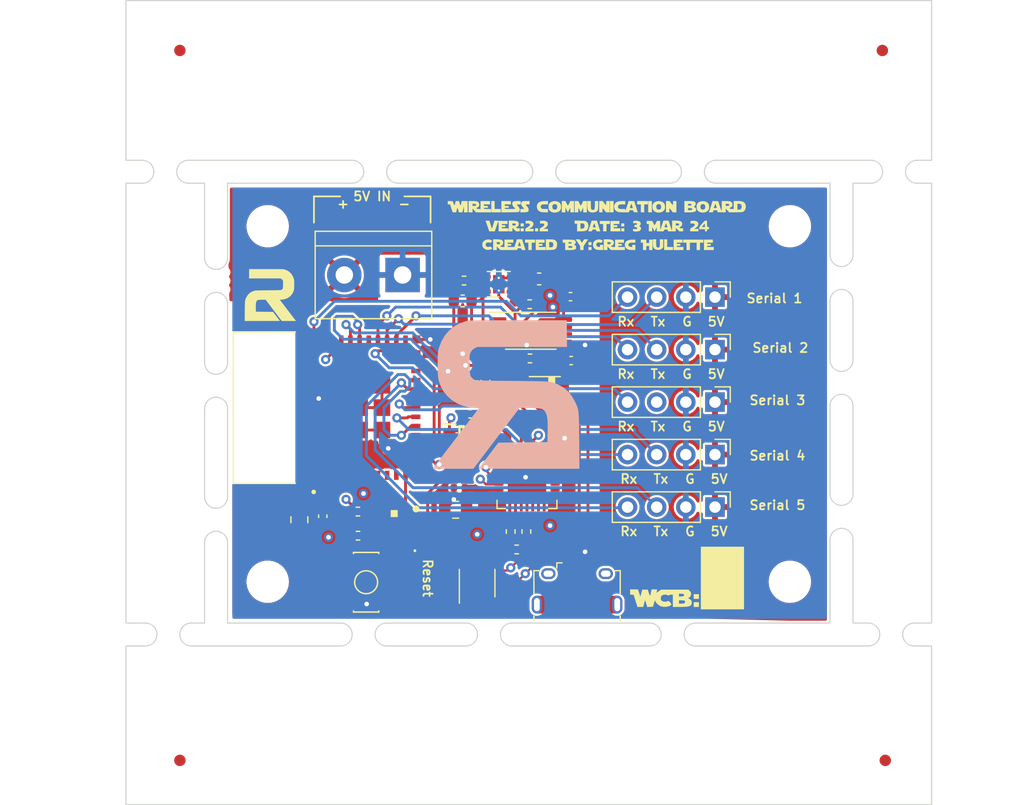
<source format=kicad_pcb>
(kicad_pcb (version 20211014) (generator pcbnew)
  (title_block (title "R2 Droid Gateway") (date "2023-07-06") (rev "1.1") (company "Created by: Greg Hulette") (comment 1 "- Creates WiFi Network for Remote Web Access") (comment 2 "- WiFi to LoRa Bridge") (comment 3 "- Buttons for Master Relay"))
  (layers (0 "F.Cu" signal) (1 "In1.Cu" signal) (2 "In2.Cu" signal) (31 "B.Cu" signal) (34 "B.Paste" user) (35 "F.Paste" user) (36 "B.SilkS" user "B.Silkscreen") (37 "F.SilkS" user "F.Silkscreen") (38 "B.Mask" user) (39 "F.Mask" user) (44 "Edge.Cuts" user))
  (net 0 "")
  (net 1 "+3V3")
  (net 2 "GND")
  (net 3 "RESET")
  (net 4 "Net-(C6-Pad2)")
  (net 5 "VBUS")
  (net 6 "+5V")
  (net 7 "Net-(D1-PadA)")
  (net 8 "USB_DP")
  (net 9 "USB_DN")
  (net 11 "unconnected-(J1-Pad6)")
  (net 13 "Net-(L2-Pad3)")
  (net 14 "DTR")
  (net 15 "RTS")
  (net 16 "GPIO0")
  (net 17 "Net-(R2-Pad1)")
  (net 18 "RXD0")
  (net 19 "Net-(R3-Pad1)")
  (net 20 "TXD0")
  (net 21 "Net-(R4-Pad2)")
  (net 22 "Net-(R6-Pad1)")
  (net 23 "Net-(R9-Pad1)")
  (net 25 "STATUS_LED_DATA")
  (net 59 "RX4")
  (net 60 "TX4")
  (net 61 "RX5")
  (net 62 "TX5")
  (net 63 "TX3")
  (net 64 "RX3")
  (net 65 "TX2")
  (net 66 "RX2")
  (net 67 "TX1")
  (net 68 "RX1")
  (footprint "Connector_PinHeader_2.54mm:PinHeader_1x04_P2.54mm_Vertical" (layer "F.Cu") (at 147.974 102.259 -90)
    (fp_text reference "J4")
    (fp_text value "Conn_01x04" hide)
  )
  (footprint "Resistor_SMD:R_0402_1005Metric" (layer "F.Cu") (at 130.692 119.684 180)
    (fp_text reference "R4")
    (fp_text value "22.1K" hide)
  )
  (footprint "Custom:SOT65P230X110-6N" (layer "F.Cu") (at 125.883 109.986)
    (fp_text reference "Q2")
    (fp_text value "UMH3N" hide)
  )
  (footprint "Custom:mouse-bite-2mm-slot" (layer "F.Cu") (at 159 96.012 90)
    (fp_text reference "mouse-bite-2mm-slot" hide)
    (fp_text value "VAL**" hide)
    (fp_arc (start -2 -1) (mid -1 0) (end -2 1) (layer "Edge.Cuts") (width 0.1))
    (fp_arc (start 2 1) (mid 1 0) (end 2 -1) (layer "Edge.Cuts") (width 0.1))
  )
  (footprint "Capacitor_SMD:C_0402_1005Metric" (layer "F.Cu") (at 126.634 107.858)
    (fp_text reference "C3")
    (fp_text value ".1uF" hide)
  )
  (footprint "Resistor_SMD:R_0402_1005Metric" (layer "F.Cu") (at 131.538 118.124 -90)
    (fp_text reference "R6")
    (fp_text value "1K" hide)
  )
  (footprint "Package_SO:TSSOP-8_4.4x3mm_P0.65mm" (layer "F.Cu") (at 131.92 100.614)
    (fp_text reference "U4")
    (fp_text value "TPS2115APW" hide)
  )
  (footprint "Custom:mouse-bite-2mm-slot" (layer "F.Cu") (at 100.342 127.1)
    (fp_text reference "mouse-bite-2mm-slot" hide)
    (fp_text value "VAL**" hide)
    (fp_arc (start -2 -1) (mid -1 0) (end -2 1) (layer "Edge.Cuts") (width 0.1))
    (fp_arc (start 2 1) (mid 1 0) (end 2 -1) (layer "Edge.Cuts") (width 0.1))
  )
  (footprint "Capacitor_SMD:C_0805_2012Metric" (layer "F.Cu") (at 125.63 101.252)
    (fp_text reference "C8")
    (fp_text value "10uF" hide)
  )
  (footprint "TerminalBlock:TerminalBlock_bornier-2_P5.08mm" (layer "F.Cu") (at 120.754 95.752 180)
    (fp_text reference "J2")
    (fp_text value "Power In" hide)
  )
  (footprint "MountingHole:MountingHole_3.2mm_M3" (layer "F.Cu") (at 109 91.5)
    (fp_text reference "REF**" hide)
    (fp_text value "MountingHole_3.2mm_M3" hide)
  )
  (footprint "Custom:mouse-bite-2mm-slot" (layer "F.Cu") (at 117.36 127.1)
    (fp_text reference "mouse-bite-2mm-slot" hide)
    (fp_text value "VAL**" hide)
    (fp_arc (start -2 -1) (mid -1 0) (end -2 1) (layer "Edge.Cuts") (width 0.1))
    (fp_arc (start 2 1) (mid 1 0) (end 2 -1) (layer "Edge.Cuts") (width 0.1))
  )
  (footprint "Custom:mouse-bite-2mm-slot" (layer "F.Cu") (at 144.284 127.1)
    (fp_text reference "mouse-bite-2mm-slot" hide)
    (fp_text value "VAL**" hide)
    (fp_arc (start -2 -1) (mid -1 0) (end -2 1) (layer "Edge.Cuts") (width 0.1))
    (fp_arc (start 2 1) (mid 1 0) (end 2 -1) (layer "Edge.Cuts") (width 0.1))
  )
  (footprint "Fiducial:Fiducial_1mm_Mask2mm" (layer "F.Cu") (at 101.346 138.075)
    (fp_text reference "REF**" hide)
    (fp_text value "Fiducial_1mm_Mask2mm" hide)
  )
  (footprint "Resistor_SMD:R_0402_1005Metric" (layer "F.Cu") (at 130.172 118.124 -90)
    (fp_text reference "R5")
    (fp_text value "47.5K" hide)
  )
  (footprint "Custom:mouse-bite-2mm-slot" (layer "F.Cu") (at 104.5 96.266 90)
    (fp_text reference "mouse-bite-2mm-slot" hide)
    (fp_text value "VAL**" hide)
    (fp_arc (start -2 -1) (mid -1 0) (end -2 1) (layer "Edge.Cuts") (width 0.1))
    (fp_arc (start 2 1) (mid 1 0) (end 2 -1) (layer "Edge.Cuts") (width 0.1))
  )
  (footprint "Capacitor_SMD:C_0805_2012Metric" (layer "F.Cu") (at 125.378 116.22 180)
    (fp_text reference "C4")
    (fp_text value "4.7uF" hide)
  )
  (footprint "Custom:mouse-bite-2mm-slot" (layer "F.Cu") (at 163.576 86.75)
    (fp_text reference "mouse-bite-2mm-slot" hide)
    (fp_text value "VAL**" hide)
    (fp_arc (start -2 -1) (mid -1 0) (end -2 1) (layer "Edge.Cuts") (width 0.1))
    (fp_arc (start 2 1) (mid 1 0) (end 2 -1) (layer "Edge.Cuts") (width 0.1))
  )
  (footprint "Custom:mouse-bite-2mm-slot" (layer "F.Cu") (at 104.5 105.41 -90)
    (fp_text reference "mouse-bite-2mm-slot" hide)
    (fp_text value "VAL**" hide)
    (fp_arc (start -2 -1) (mid -1 0) (end -2 1) (layer "Edge.Cuts") (width 0.1))
    (fp_arc (start 2 1) (mid 1 0) (end 2 -1) (layer "Edge.Cuts") (width 0.1))
  )
  (footprint "Resistor_SMD:R_0402_1005Metric" (layer "F.Cu") (at 126.908 105.116 90)
    (fp_text reference "R2")
    (fp_text value "1K" hide)
  )
  (footprint "Custom:mouse-bite-2mm-slot" (layer "F.Cu") (at 133.096 86.75)
    (fp_text reference "mouse-bite-2mm-slot" hide)
    (fp_text value "VAL**" hide)
    (fp_arc (start -2 -1) (mid -1 0) (end -2 1) (layer "Edge.Cuts") (width 0.1))
    (fp_arc (start 2 1) (mid 1 0) (end 2 -1) (layer "Edge.Cuts") (width 0.1))
  )
  (footprint "Resistor_SMD:R_0402_1005Metric" (layer "F.Cu") (at 116.86 116.382 180)
    (fp_text reference "R16")
    (fp_text value "470" hide)
  )
  (footprint "MountingHole:MountingHole_3.2mm_M3" (layer "F.Cu") (at 154.5 122.5)
    (fp_text reference "REF**" hide)
    (fp_text value "MountingHole_3.2mm_M3" hide)
  )
  (footprint "Fiducial:Fiducial_1mm_Mask2mm" (layer "F.Cu") (at 101.346 76.175)
    (fp_text reference "REF**" hide)
    (fp_text value "Fiducial_1mm_Mask2mm" hide)
  )
  (footprint "Custom:mouse-bite-2mm-slot" (layer "F.Cu") (at 146.05 86.75)
    (fp_text reference "mouse-bite-2mm-slot" hide)
    (fp_text value "VAL**" hide)
    (fp_arc (start -2 -1) (mid -1 0) (end -2 1) (layer "Edge.Cuts") (width 0.1))
    (fp_arc (start 2 1) (mid 1 0) (end 2 -1) (layer "Edge.Cuts") (width 0.1))
  )
  (footprint "Custom:MODULE_ESP32-PICO-MINI-02" (layer "F.Cu") (at 117.007 107.32 90)
    (fp_text reference "U1")
    (fp_text value "ESP32-PICO-MINI-02" hide)
  )
  (footprint "Custom:mouse-bite-2mm-slot" (layer "F.Cu") (at 159 105.156 -90)
    (fp_text reference "mouse-bite-2mm-slot" hide)
    (fp_text value "VAL**" hide)
    (fp_arc (start -2 -1) (mid -1 0) (end -2 1) (layer "Edge.Cuts") (width 0.1))
    (fp_arc (start 2 1) (mid 1 0) (end 2 -1) (layer "Edge.Cuts") (width 0.1))
  )
  (footprint "Connector_PinHeader_2.54mm:PinHeader_1x04_P2.54mm_Vertical" (layer "F.Cu") (at 147.974 106.836 -90)
    (fp_text reference "J5")
    (fp_text value "Conn_01x04" hide)
  )
  (footprint "Capacitor_SMD:C_0402_1005Metric" (layer "F.Cu") (at 135.444 103.216)
    (fp_text reference "C12")
    (fp_text value ".1uF" hide)
  )
  (footprint "Custom:mouse-bite-2mm-slot" (layer "F.Cu") (at 100.076 86.75)
    (fp_text reference "mouse-bite-2mm-slot" hide)
    (fp_text value "VAL**" hide)
    (fp_arc (start -2 -1) (mid -1 0) (end -2 1) (layer "Edge.Cuts") (width 0.1))
    (fp_arc (start 2 1) (mid 1 0) (end 2 -1) (layer "Edge.Cuts") (width 0.1))
  )
  (footprint "Connector_PinHeader_2.54mm:PinHeader_1x04_P2.54mm_Vertical" (layer "F.Cu") (at 147.974 115.99 -90)
    (fp_text reference "J7")
    (fp_text value "Conn_01x04" hide)
  )
  (footprint "MountingHole:MountingHole_3.2mm_M3" (layer "F.Cu") (at 109 122.5)
    (fp_text reference "REF**" hide)
    (fp_text value "MountingHole_3.2mm_M3" hide)
  )
  (footprint "Capacitor_SMD:C_0603_1608Metric" (layer "F.Cu") (at 125.988 98.012)
    (fp_text reference "C6")
    (fp_text value "1uF" hide)
  )
  (footprint "Fiducial:Fiducial_1mm_Mask2mm" (layer "F.Cu") (at 162.56 76.175)
    (fp_text reference "REF**" hide)
    (fp_text value "Fiducial_1mm_Mask2mm" hide)
  )
  (footprint "Custom:mouse-bite-2mm-slot" (layer "F.Cu") (at 163.334 127.1)
    (fp_text reference "mouse-bite-2mm-slot" hide)
    (fp_text value "VAL**" hide)
    (fp_arc (start -2 -1) (mid -1 0) (end -2 1) (layer "Edge.Cuts") (width 0.1))
    (fp_arc (start 2 1) (mid 1 0) (end 2 -1) (layer "Edge.Cuts") (width 0.1))
  )
  (footprint "Resistor_SMD:R_0402_1005Metric" (layer "F.Cu") (at 131.85 103.028)
    (fp_text reference "R9")
    (fp_text value "402" hide)
  )
  (footprint "Connector_PinHeader_2.54mm:PinHeader_1x04_P2.54mm_Vertical" (layer "F.Cu") (at 147.974 111.413 -90)
    (fp_text reference "J6")
    (fp_text value "Conn_01x04" hide)
  )
  (footprint "Custom:mouse-bite-2mm-slot" (layer "F.Cu") (at 159 116.84 90)
    (fp_text reference "mouse-bite-2mm-slot" hide)
    (fp_text value "VAL**" hide)
    (fp_arc (start -2 -1) (mid -1 0) (end -2 1) (layer "Edge.Cuts") (width 0.1))
    (fp_arc (start 2 1) (mid 1 0) (end 2 -1) (layer "Edge.Cuts") (width 0.1))
  )
  (footprint "Capacitor_SMD:C_0402_1005Metric" (layer "F.Cu") (at 113.796 116.79 -90)
    (fp_text reference "C2")
    (fp_text value ".1uF" hide)
  )
  (footprint "Resistor_SMD:R_0402_1005Metric" (layer "F.Cu") (at 127.978 105.088 90)
    (fp_text reference "R3")
    (fp_text value "1K" hide)
  )
  (footprint "Fiducial:Fiducial_1mm_Mask2mm" (layer "F.Cu") (at 162.814 138.075)
    (fp_text reference "REF**" hide)
    (fp_text value "Fiducial_1mm_Mask2mm" hide)
  )
  (footprint "Capacitor_SMD:C_0805_2012Metric" (layer "F.Cu") (at 111.76 117.094 -90)
    (fp_text reference "C1")
    (fp_text value "10uF" hide)
  )
  (footprint "Connector_USB:USB_Micro-B_Amphenol_10118194_Horizontal" (layer "F.Cu") (at 135.956 123.194)
    (fp_text reference "J1")
    (fp_text value "USB_B_Micro" hide)
  )
  (footprint "Custom:WS2812B-2020" (layer "F.Cu") (at 120.022 117.157)
    (fp_text reference "L2")
    (fp_text value "WS2812B-2020" hide)
  )
  (footprint "MountingHole:MountingHole_3.2mm_M3" (layer "F.Cu") (at 154.5 91.5)
    (fp_text reference "REF**" hide)
    (fp_text value "MountingHole_3.2mm_M3" hide)
  )
  (footprint "Capacitor_SMD:C_0402_1005Metric" (layer "F.Cu") (at 135.386 97.642)
    (fp_text reference "C9")
    (fp_text value ".1uF" hide)
  )
  (footprint "Custom:mouse-bite-2mm-slot" (layer "F.Cu") (at 118.364 86.75)
    (fp_text reference "mouse-bite-2mm-slot" hide)
    (fp_text value "VAL**" hide)
    (fp_arc (start -2 -1) (mid -1 0) (end -2 1) (layer "Edge.Cuts") (width 0.1))
    (fp_arc (start 2 1) (mid 1 0) (end 2 -1) (layer "Edge.Cuts") (width 0.1))
  )
  (footprint "Capacitor_SMD:C_0402_1005Metric" (layer "F.Cu") (at 125.696 114.304 180)
    (fp_text reference "C5")
    (fp_text value ".1uF" hide)
  )
  (footprint "Package_DFN_QFN:QFN-28-1EP_5x5mm_P0.5mm_EP3.35x3.35mm" (layer "F.Cu") (at 131.592 113.51)
    (fp_text reference "U2")
    (fp_text value "CP2102N-A02-GQFN28" hide)
  )
  (footprint "Connector_PinHeader_2.54mm:PinHeader_1x04_P2.54mm_Vertical" (layer "F.Cu") (at 147.974 97.682 -90)
    (fp_text reference "J3")
    (fp_text value "Conn_01x04" hide)
  )
  (footprint "Package_TO_SOT_SMD:SOT-143" (layer "F.Cu") (at 127.25 122.618 90)
    (fp_text reference "D2")
    (fp_text value "SP0503BAHTG" hide)
  )
  (footprint "Capacitor_SMD:C_0603_1608Metric" (layer "F.Cu") (at 132.654 96.098 180)
    (fp_text reference "C7")
    (fp_text value "1uF" hide)
  )
  (footprint "Custom:SOD3716X135N" (layer "F.Cu") (at 133.1485 105.4145 180)
    (fp_text reference "D1")
    (fp_text value "B5819W-TP" hide)
  )
  (footprint "Logos:WCBNumberv2" (layer "F.Cu") (at 145.542 122.174)
    (fp_text reference "G***" hide)
    (fp_text value "LOGO" hide)
  )
  (footprint "Resistor_SMD:R_0402_1005Metric" (layer "F.Cu") (at 131.826 98.298)
    (fp_text reference "R7")
    (fp_text value "10K" hide)
  )
  (footprint "Custom:mouse-bite-2mm-slot" (layer "F.Cu") (at 128.282 127.1)
    (fp_text reference "mouse-bite-2mm-slot" hide)
    (fp_text value "VAL**" hide)
    (fp_arc (start -2 -1) (mid -1 0) (end -2 1) (layer "Edge.Cuts") (width 0.1))
    (fp_arc (start 2 1) (mid 1 0) (end 2 -1) (layer "Edge.Cuts") (width 0.1))
  )
  (footprint "Package_SON:WSON-6-1EP_2x2mm_P0.65mm_EP1x1.6mm_ThermalVias" (layer "F.Cu") (at 129.134 96.558 180)
    (fp_text reference "U3")
    (fp_text value "LP5912-3.3DRV" hide)
  )
  (footprint "Resistor_SMD:R_0402_1005Metric" (layer "F.Cu") (at 126.108 96.238 180)
    (fp_text reference "R10")
    (fp_text value "402" hide)
  )
  (footprint "Resistor_SMD:R_0402_1005Metric" (layer "F.Cu") (at 116.866 118.484)
    (fp_text reference "R1")
    (fp_text value "10K" hide)
  )
  (footprint "Custom:mouse-bite-2mm-slot" (layer "F.Cu") (at 104.5 117.094 90)
    (fp_text reference "mouse-bite-2mm-slot" hide)
    (fp_text value "VAL**" hide)
    (fp_arc (start -2 -1) (mid -1 0) (end -2 1) (layer "Edge.Cuts") (width 0.1))
    (fp_arc (start 2 1) (mid 1 0) (end 2 -1) (layer "Edge.Cuts") (width 0.1))
  )
  (footprint "Logos:R2_Logo_V2" (layer "F.Cu") (at 109.22 97.854871)
    (fp_text reference "G***" hide)
    (fp_text value "LOGO" hide)
  )
  (footprint "Logos:WCBv2.2Logo" (layer "F.Cu") (at 137.668 91.44)
    (fp_text reference "G***" hide)
    (fp_text value "LOGO" hide)
  )
  (footprint "Custom:SW_TL3342F160QG" (layer "F.Cu") (at 117.5765 122.5425 180)
    (fp_text reference "S1")
    (fp_text value "TL3342F160QG" hide)
  )
  (footprint "Logos:r2logoLarge" (layer "B.Cu") (at 129.794 107.188 180)
    (fp_text reference "G***" hide)
    (fp_text value "LOGO" hide)
  )
  (gr_line (start 113.03 88.9) (end 115.316 88.9) (layer "F.SilkS") (width 0.15))
  (gr_line (start 113.03 91.186) (end 113.03 88.9) (layer "F.SilkS") (width 0.15))
  (gr_line (start 123.19 88.9) (end 123.19 91.186) (layer "F.SilkS") (width 0.15))
  (gr_line (start 120.904 88.9) (end 123.19 88.9) (layer "F.SilkS") (width 0.15))
  (gr_line (start 166.85 126.1) (end 165.334 126.1) (layer "Edge.Cuts") (width 0.1))
  (gr_line (start 160 94.012) (end 160 87.75) (layer "Edge.Cuts") (width 0.1))
  (gr_line (start 115.36 128.1) (end 102.342 128.1) (layer "Edge.Cuts") (width 0.1))
  (gr_line (start 148.05 85.75) (end 161.576 85.75) (layer "Edge.Cuts") (width 0.1))
  (gr_line (start 158 103.156) (end 158 98.012) (layer "Edge.Cuts") (width 0.1))
  (gr_line (start 160 103.156) (end 160 98.012) (layer "Edge.Cuts") (width 0.1))
  (gr_line (start 158 94.012) (end 158 87.75) (layer "Edge.Cuts") (width 0.1))
  (gr_line (start 160 126.1) (end 161.334 126.1) (layer "Edge.Cuts") (width 0.1))
  (gr_line (start 146.284 126.1) (end 158 126.1) (layer "Edge.Cuts") (width 0.1))
  (gr_line (start 126.282 128.1) (end 119.36 128.1) (layer "Edge.Cuts") (width 0.1))
  (gr_line (start 105.5 98.266) (end 105.5 103.41) (layer "Edge.Cuts") (width 0.1))
  (gr_line (start 103.5 119.094) (end 103.5 126.1) (layer "Edge.Cuts") (width 0.1))
  (gr_line (start 105.5 126.1) (end 115.36 126.1) (layer "Edge.Cuts") (width 0.1))
  (gr_line (start 144.05 87.75) (end 135.096 87.75) (layer "Edge.Cuts") (width 0.1))
  (gr_line (start 166.85 85.75) (end 165.576 85.75) (layer "Edge.Cuts") (width 0.1))
  (gr_line (start 120.364 85.75) (end 131.096 85.75) (layer "Edge.Cuts") (width 0.1))
  (gr_line (start 131.096 87.75) (end 120.364 87.75) (layer "Edge.Cuts") (width 0.1))
  (gr_line (start 98.076 87.75) (end 96.65 87.75) (layer "Edge.Cuts") (width 0.1))
  (gr_line (start 103.5 115.094) (end 103.5 107.41) (layer "Edge.Cuts") (width 0.1))
  (gr_line (start 161.334 128.1) (end 146.284 128.1) (layer "Edge.Cuts") (width 0.1))
  (gr_line (start 103.5 103.41) (end 103.5 98.266) (layer "Edge.Cuts") (width 0.1))
  (gr_line (start 105.5 119.094) (end 105.5 126.1) (layer "Edge.Cuts") (width 0.1))
  (gr_line (start 158 114.84) (end 158 107.156) (layer "Edge.Cuts") (width 0.1))
  (gr_line (start 166.85 141.925) (end 166.85 128.1) (layer "Edge.Cuts") (width 0.1))
  (gr_line (start 119.36 126.1) (end 126.282 126.1) (layer "Edge.Cuts") (width 0.1))
  (gr_line (start 142.284 128.1) (end 130.282 128.1) (layer "Edge.Cuts") (width 0.1))
  (gr_line (start 160 114.84) (end 160 107.156) (layer "Edge.Cuts") (width 0.1))
  (gr_line (start 96.65 141.925) (end 166.85 141.925) (layer "Edge.Cuts") (width 0.1))
  (gr_line (start 166.85 71.825) (end 166.85 85.75) (layer "Edge.Cuts") (width 0.1))
  (gr_line (start 102.342 126.1) (end 103.5 126.1) (layer "Edge.Cuts") (width 0.1))
  (gr_line (start 165.576 87.75) (end 166.85 87.75) (layer "Edge.Cuts") (width 0.1))
  (gr_line (start 96.65 85.75) (end 98.076 85.75) (layer "Edge.Cuts") (width 0.1))
  (gr_line (start 135.096 85.75) (end 144.05 85.75) (layer "Edge.Cuts") (width 0.1))
  (gr_line (start 102.076 87.75) (end 103.5 87.75) (layer "Edge.Cuts") (width 0.1))
  (gr_line (start 105.5 87.75) (end 105.5 94.266) (layer "Edge.Cuts") (width 0.1))
  (gr_line (start 96.65 128.1) (end 96.65 141.925) (layer "Edge.Cuts") (width 0.1))
  (gr_line (start 130.282 126.1) (end 142.284 126.1) (layer "Edge.Cuts") (width 0.1))
  (gr_line (start 166.85 128.1) (end 165.334 128.1) (layer "Edge.Cuts") (width 0.1))
  (gr_line (start 96.65 71.825) (end 166.85 71.825) (layer "Edge.Cuts") (width 0.1))
  (gr_line (start 98.342 128.1) (end 96.65 128.1) (layer "Edge.Cuts") (width 0.1))
  (gr_line (start 105.5 107.41) (end 105.5 115.094) (layer "Edge.Cuts") (width 0.1))
  (gr_line (start 166.85 87.75) (end 166.85 126.1) (layer "Edge.Cuts") (width 0.1))
  (gr_line (start 161.576 87.75) (end 160 87.75) (layer "Edge.Cuts") (width 0.1))
  (gr_line (start 116.364 85.75) (end 102.076 85.75) (layer "Edge.Cuts") (width 0.1))
  (gr_line (start 98.342 126.1) (end 96.65 126.1) (layer "Edge.Cuts") (width 0.1))
  (gr_line (start 160 118.84) (end 160 126.1) (layer "Edge.Cuts") (width 0.1))
  (gr_line (start 158 87.75) (end 148.05 87.75) (layer "Edge.Cuts") (width 0.1))
  (gr_line (start 96.65 71.825) (end 96.65 85.75) (layer "Edge.Cuts") (width 0.1))
  (gr_line (start 103.5 94.266) (end 103.5 87.75) (layer "Edge.Cuts") (width 0.1))
  (gr_line (start 158 126.1) (end 158 118.84) (layer "Edge.Cuts") (width 0.1))
  (gr_line (start 96.65 87.75) (end 96.65 126.1) (layer "Edge.Cuts") (width 0.1))
  (gr_line (start 116.364 87.75) (end 105.5 87.75) (layer "Edge.Cuts") (width 0.1))
  (gr_text "5V" (at 148.082 108.966) (layer "F.SilkS") (effects (font (size 0.8 0.8))))
  (gr_text "5V" (at 148.082 104.394) (layer "F.SilkS") (effects (font (size 0.8 0.8))))
  (gr_text "Rx" (at 140.208 108.966) (layer "F.SilkS") (effects (font (size 0.8 0.8))))
  (gr_text "5V IN" (at 118.11 88.9) (layer "F.SilkS") (effects (font (size 0.8 0.8))))
  (gr_text "Serial 4" (at 153.416 111.506) (layer "F.SilkS") (effects (font (size 0.8 0.8))))
  (gr_text "Tx" (at 143.256 113.538) (layer "F.SilkS") (effects (font (size 0.8 0.8))))
  (gr_text "Tx" (at 143.002 108.966) (layer "F.SilkS") (effects (font (size 0.8 0.8))))
  (gr_text "Tx" (at 143.002 104.394) (layer "F.SilkS") (effects (font (size 0.8 0.8))))
  (gr_text "5V" (at 148.082 99.822) (layer "F.SilkS") (effects (font (size 0.8 0.8))))
  (gr_text "G" (at 145.542 104.394) (layer "F.SilkS") (effects (font (size 0.8 0.8))))
  (gr_text "+" (at 115.57 89.662 180) (layer "F.SilkS") (effects (font (size 0.8 0.8))))
  (gr_text "Serial 5" (at 153.416 115.824) (layer "F.SilkS") (effects (font (size 0.8 0.8))))
  (gr_text "Rx" (at 140.462 113.538) (layer "F.SilkS") (effects (font (size 0.8 0.8))))
  (gr_text "5V" (at 148.336 113.538) (layer "F.SilkS") (effects (font (size 0.8 0.8))))
  (gr_text "Serial 3" (at 153.416 106.68) (layer "F.SilkS") (effects (font (size 0.8 0.8))))
  (gr_text "5V" (at 148.336 118.11) (layer "F.SilkS") (effects (font (size 0.8 0.8))))
  (gr_text "Tx" (at 143.002 99.822) (layer "F.SilkS") (effects (font (size 0.8 0.8))))
  (gr_text "-" (at 120.904 89.662 180) (layer "F.SilkS") (effects (font (size 0.8 0.8))))
  (gr_text "Rx" (at 140.208 104.394) (layer "F.SilkS") (effects (font (size 0.8 0.8))))
  (gr_text "G" (at 145.542 108.966) (layer "F.SilkS") (effects (font (size 0.8 0.8))))
  (gr_text "Serial 2" (at 153.67 102.108) (layer "F.SilkS") (effects (font (size 0.8 0.8))))
  (gr_text "Tx" (at 143.256 118.11) (layer "F.SilkS") (effects (font (size 0.8 0.8))))
  (gr_text "G" (at 145.542 99.822) (layer "F.SilkS") (effects (font (size 0.8 0.8))))
  (gr_text "Rx" (at 140.462 118.11) (layer "F.SilkS") (effects (font (size 0.8 0.8))))
  (gr_text "G" (at 145.796 113.538) (layer "F.SilkS") (effects (font (size 0.8 0.8))))
  (gr_text "G" (at 145.796 118.11) (layer "F.SilkS") (effects (font (size 0.8 0.8))))
  (gr_text "Reset" (at 122.936 122.174 270) (layer "F.SilkS") (effects (font (size 0.8 0.8))))
  (gr_text "Rx" (at 140.208 99.822) (layer "F.SilkS") (effects (font (size 0.8 0.8))))
  (gr_text "Serial 1" (at 153.162 97.79) (layer "F.SilkS") (effects (font (size 0.8 0.8))))
  (segment (start 128.218 115.01) (end 127.718 114.51) (width 0.25) (layer "F.Cu") (net 1))
  (segment (start 129.142 114.51) (end 127.552 114.51) (width 0.25) (layer "F.Cu") (net 1))
  (segment (start 126.382 114.51) (end 126.176 114.304) (width 0.25) (layer "F.Cu") (net 1))
  (segment (start 127.552 114.51) (end 126.382 114.51) (width 0.25) (layer "F.Cu") (net 1))
  (segment (start 129.142 115.01) (end 128.218 115.01) (width 0.25) (layer "F.Cu") (net 1))
  (segment (start 127.718 114.51) (end 127.552 114.51) (width 0.25) (layer "F.Cu") (net 1))
  (via (at 117.348 114.808) (size 0.8) (drill 0.4) (layers "F.Cu" "B.Cu") (net 1))
  (via (at 134.874 109.982) (size 0.8) (drill 0.4) (layers "F.Cu" "B.Cu") (net 1))
  (via (at 133.604 117.602) (size 0.8) (drill 0.4) (layers "F.Cu" "B.Cu") (net 1))
  (via (at 127.254 118.364) (size 0.8) (drill 0.4) (layers "F.Cu" "B.Cu") (net 1))
  (via (at 133.604 97.536) (size 0.8) (drill 0.4) (layers "F.Cu" "B.Cu") (net 1))
  (via (at 125.984 102.616) (size 0.8) (drill 0.4) (layers "F.Cu" "B.Cu") (net 1))
  (via (at 114.3 118.618) (size 0.8) (drill 0.4) (layers "F.Cu" "B.Cu") (net 1))
  (via (at 133.858 98.552) (size 0.8) (drill 0.4) (layers "F.Cu" "B.Cu") (net 1))
  (segment (start 117.007 109.27) (end 115.057 109.27) (width 0.25) (layer "F.Cu") (net 2))
  (segment (start 129.9215 96.008) (end 130.0215 95.908) (width 0.25) (layer "F.Cu") (net 2))
  (segment (start 113.444 106.52) (end 114.257 106.52) (width 0.25) (layer "F.Cu") (net 2))
  (segment (start 128.46552 110.386192) (end 128.46552 109.20952) (width 0.25) (layer "F.Cu") (net 2))
  (segment (start 112.776 124.206) (end 113.0125 124.4425) (width 0.25) (layer "F.Cu") (net 2))
  (segment (start 131.4415 94.488) (end 130.0215 95.908) (width 0.25) (layer "F.Cu") (net 2))
  (segment (start 131.589328 113.51) (end 128.46552 110.386192) (width 0.25) (layer "F.Cu") (net 2))
  (segment (start 121.007 110.865) (end 121.007 112.673) (width 0.25) (layer "F.Cu") (net 2))
  (segment (start 129.0575 100.289) (end 130.089 100.289) (width 0.25) (layer "F.Cu") (net 2))
  (segment (start 118.957 107.32) (end 117.007 107.32) (width 0.25) (layer "F.Cu") (net 2))
  (segment (start 121.007 113.22) (end 121.007 116.477) (width 0.25) (layer "F.Cu") (net 2))
  (segment (start 115.057 107.32) (end 115.057 105.37) (width 0.25) (layer "F.Cu") (net 2))
  (segment (start 125.213 100.719) (end 124.68 101.252) (width 0.25) (layer "F.Cu") (net 2))
  (segment (start 135.866 97.63507) (end 135.866 97.642) (width 0.25) (layer "F.Cu") (net 2))
  (segment (start 125.222 98.003) (end 125.222 96.614) (width 0.25) (layer "F.Cu") (net 2))
  (segment (start 130.556 99.822) (end 130.556 99.03) (width 0.25) (layer "F.Cu") (net 2))
  (segment (start 112.776 120.904) (end 112.776 124.206) (width 0.25) (layer "F.Cu") (net 2))
  (segment (start 129.134 96.008) (end 129.9215 96.008) (width 0.25) (layer "F.Cu") (net 2))
  (segment (start 132.36 103.028) (end 132.36 102.642) (width 0.25) (layer "F.Cu") (net 2))
  (segment (start 130.556 99.03) (end 129.134 97.608) (width 0.25) (layer "F.Cu") (net 2))
  (segment (start 112.057 113.27) (end 113.757 113.27) (width 0.25) (layer "F.Cu") (net 2))
  (segment (start 113.0125 124.4425) (end 114.4265 124.4425) (width 0.25) (layer "F.Cu") (net 2))
  (segment (start 119.507 110.871) (end 121.007 112.371) (width 0.25) (layer "F.Cu") (net 2))
  (segment (start 130.089 100.289) (end 130.556 99.822) (width 0.25) (layer "F.Cu") (net 2))
  (segment (start 121.957 113.27) (end 121.057 113.27) (width 0.25) (layer "F.Cu") (net 2))
  (segment (start 118.957 109.27) (end 118.957 110.321) (width 0.25) (layer "F.Cu") (net 2))
  (segment (start 128.584 96.558) (end 129.134 97.108) (width 0.25) (layer "F.Cu") (net 2))
  (segment (start 125.476 120.142) (end 124.968 120.65) (width 0.25) (layer "F.Cu") (net 2))
  (segment (start 121.057 113.27) (end 121.007 113.22) (width 0.25) (layer "F.Cu") (net 2))
  (segment (start 125.222 96.614) (end 125.598 96.238) (width 0.25) (layer "F.Cu") (net 2))
  (segment (start 125.216 114.304) (end 125.216 115.322) (width 0.25) (layer "F.Cu") (net 2))
  (segment (start 125.213 98.012) (end 125.222 98.003) (width 0.25) (layer "F.Cu") (net 2))
  (segment (start 131.288 98.298) (end 130.556 99.03) (width 0.25) (layer "F.Cu") (net 2))
  (segment (start 121.007 112.371) (end 121.007 112.673) (width 0.25) (layer "F.Cu") (net 2))
  (segment (start 134.32893 96.098) (end 135.866 97.63507) (width 0.25) (layer "F.Cu") (net 2))
  (segment (start 121.007 112.673) (end 121.007 113.22) (width 0.25) (layer "F.Cu") (net 2))
  (segment (start 133.429 96.098) (end 134.32893 96.098) (width 0.25) (layer "F.Cu") (net 2))
  (segment (start 131.092 113.01) (end 131.469 113.387) (width 0.25) (layer "F.Cu") (net 2))
  (segment (start 124.968 120.65) (end 124.968 122.682) (width 0.25) (layer "F.Cu") (net 2))
  (segment (start 135.924 103.216) (end 136.652 102.488) (width 0.25) (layer "F.Cu") (net 2))
  (segment (start 115.057 105.37) (end 118.957 105.37) (width 0.25) (layer "F.Cu") (net 2))
  (segment (start 123.166 101.37) (end 121.957 101.37) (width 0.25) (layer "F.Cu") (net 2))
  (segment (start 128.46552 109.20952) (end 127.114 107.858) (width 0.25) (layer "F.Cu") (net 2))
  (segment (start 114.257 106.52) (end 115.057 107.32) (width 0.25) (layer "F.Cu") (net 2))
  (segment (start 112.107 106.52) (end 113.444 106.52) (width 0.25) (layer "F.Cu") (net 2))
  (segment (start 133.429 95.075) (end 132.842 94.488) (width 0.25) (layer "F.Cu") (net 2))
  (segment (start 125.216 115.322) (end 125.216 115.432) (width 0.25) (layer "F.Cu") (net 2))
  (segment (start 125.216 115.432) (end 124.428 116.22) (width 0.25) (layer "F.Cu") (net 2))
  (segment (start 120.7265 124.4425) (end 125.7555 124.4425) (width 0.25) (layer "F.Cu") (net 2))
  (segment (start 136.652 102.488) (end 136.652 101.854) (width 0.25) (layer "F.Cu") (net 2))
  (segment (start 112.057 101.37) (end 112.057 113.27) (width 0.25) (layer "F.Cu") (net 2))
  (segment (start 128.524 120.142) (end 125.476 120.142) (width 0.25) (layer "F.Cu") (net 2))
  (segment (start 124.562 101.37) (end 123.166 101.37) (width 0.25) (layer "F.Cu") (net 2))
  (segment (start 113.757 113.27) (end 113.807 113.22) (width 0.25) (layer "F.Cu") (net 2))
  (segment (start 128.2465 96.558) (end 128.584 96.558) (width 0.25) (layer "F.Cu") (net 2))
  (segment (start 131.316 98.298) (end 131.288 98.298) (width 0.25) (layer "F.Cu") (net 2))
  (segment (start 118.957 110.321) (end 119.507 110.871) (width 0.25) (layer "F.Cu") (net 2))
  (segment (start 111.76 118.044) (end 111.76 119.888) (width 0.25) (layer "F.Cu") (net 2))
  (segment (start 129.134 97.608) (end 129.134 97.108) (width 0.25) (layer "F.Cu") (net 2))
  (segment (start 118.957 109.27) (end 117.007 109.27) (width 0.25) (layer "F.Cu") (net 2))
  (segment (start 125.7555 124.4425) (end 126.48 123.718) (width 0.25) (layer "F.Cu") (net 2))
  (segment (start 132.842 94.488) (end 131.4415 94.488) (width 0.25) (layer "F.Cu") (net 2))
  (segment (start 115.057 109.27) (end 115.057 107.32) (width 0.25) (layer "F.Cu") (net 2))
  (segment (start 135.924 102.7305) (end 135.924 103.216) (width 0.25) (layer "F.Cu") (net 2))
  (segment (start 121.907 110.52) (end 121.352 110.52) (width 0.25) (layer "F.Cu") (net 2))
  (segment (start 121.007 116.477) (end 121.037 116.507) (width 0.25) (layer "F.Cu") (net 2))
  (segment (start 124.68 101.252) (end 124.562 101.37) (width 0.25) (layer "F.Cu") (net 2))
  (segment (start 121.352 110.52) (end 121.007 110.865) (width 0.25) (layer "F.Cu") (net 2))
  (segment (start 125.213 98.012) (end 125.213 100.719) (width 0.25) (layer "F.Cu") (net 2))
  (segment (start 112.534 117.27) (end 111.76 118.044) (width 0.25) (layer "F.Cu") (net 2))
  (segment (start 111.76 119.888) (end 112.776 120.904) (width 0.25) (layer "F.Cu") (net 2))
  (segment (start 126.004 123.718) (end 126.48 123.718) (width 0.25) (layer "F.Cu") (net 2))
  (segment (start 114.4265 124.4425) (end 117.6195 124.4425) (width 0.25) (layer "F.Cu") (net 2))
  (segment (start 118.957 105.37) (end 118.957 107.32) (width 0.25) (layer "F.Cu") (net 2))
  (segment (start 132.36 102.642) (end 131.572 101.854) (width 0.25) (layer "F.Cu") (net 2))
  (segment (start 113.796 117.27) (end 112.534 117.27) (width 0.25) (layer "F.Cu") (net 2))
  (segment (start 131.592 113.51) (end 131.589328 113.51) (width 0.25) (layer "F.Cu") (net 2))
  (segment (start 117.6195 124.4425) (end 120.7265 124.4425) (width 0.25) (layer "F.Cu") (net 2))
  (segment (start 137.256 120.492) (end 136.652 119.888) (width 0.25) (layer "F.Cu") (net 2))
  (segment (start 133.429 96.098) (end 133.429 95.075) (width 0.25) (layer "F.Cu") (net 2))
  (segment (start 130.172 118.634) (end 130.032 118.634) (width 0.25) (layer "F.Cu") (net 2))
  (segment (start 130.032 118.634) (end 128.524 120.142) (width 0.25) (layer "F.Cu") (net 2))
  (segment (start 124.968 122.682) (end 126.004 123.718) (width 0.25) (layer "F.Cu") (net 2))
  (segment (start 137.256 121.794) (end 137.256 120.492) (width 0.25) (layer "F.Cu") (net 2))
  (segment (start 131.469 113.387) (end 131.592 113.51) (width 0.25) (layer "F.Cu") (net 2))
  (segment (start 129.142 113.01) (end 131.092 113.01) (width 0.25) (layer "F.Cu") (net 2))
  (segment (start 134.7825 101.589) (end 135.924 102.7305) (width 0.25) (layer "F.Cu") (net 2))
  (via (at 136.652 101.854) (size 0.8) (drill 0.4) (layers "F.Cu" "B.Cu") (net 2))
  (via (at 113.444 106.52) (size 0.8) (drill 0.4) (layers "F.Cu" "B.Cu") (net 2))
  (via (at 119.507 110.871) (size 0.8) (drill 0.4) (layers "F.Cu" "B.Cu") (net 2))
  (via (at 131.469 113.387) (size 0.8) (drill 0.4) (layers "F.Cu" "B.Cu") (net 2))
  (via (at 123.166 101.37) (size 0.8) (drill 0.4) (layers "F.Cu" "B.Cu") (net 2))
  (via (at 125.216 115.322) (size 0.8) (drill 0.4) (layers "F.Cu" "B.Cu") (net 2))
  (via (at 117.6195 124.4425) (size 0.8) (drill 0.4) (layers "F.Cu" "B.Cu") (net 2))
  (via (at 131.572 101.854) (size 0.8) (drill 0.4) (layers "F.Cu" "B.Cu") (net 2))
  (via (at 136.652 119.888) (size 0.8) (drill 0.4) (layers "F.Cu" "B.Cu") (net 2))
  (segment (start 117.376 118.484) (end 117.764 118.872) (width 0.25) (layer "F.Cu") (net 3))
  (segment (start 120.7265 120.6425) (end 119.5345 120.6425) (width 0.25) (layer "F.Cu") (net 3))
  (segment (start 114.4265 120.6425) (end 115.2175 120.6425) (width 0.25) (layer "F.Cu") (net 3))
  (segment (start 119.831511 118.674489) (end 119.831511 115.259511) (width 0.25) (layer "F.Cu") (net 3))
  (segment (start 126.954022 113.03) (end 127.291489 112.692533) (width 0.25) (layer "F.Cu") (net 3))
  (segment (start 127.291489 112.692533) (end 127.291489 111.976511) (width 0.25) (layer "F.Cu") (net 3))
  (segment (start 121.863511 118.674489) (end 122.936 117.602) (width 0.25) (layer "F.Cu") (net 3))
  (segment (start 117.764 118.872) (end 119.634 118.872) (width 0.25) (layer "F.Cu") (net 3))
  (segment (start 127.291489 111.976511) (end 128.016 111.252) (width 0.25) (layer "F.Cu") (net 3))
  (segment (start 128.016 109.669978) (end 127.682022 109.336) (width 0.25) (layer "F.Cu") (net 3))
  (segment (start 118.607 114.035) (end 118.607 113.22) (width 0.25) (layer "F.Cu") (net 3))
  (segment (start 126.154 107.858) (end 126.154 108.557) (width 0.25) (layer "F.Cu") (net 3))
  (segment (start 124.714 113.03) (end 126.954022 113.03) (width 0.25) (layer "F.Cu") (net 3))
  (segment (start 126.154 108.557) (end 126.933 109.336) (width 0.25) (layer "F.Cu") (net 3))
  (segment (start 119.5345 120.6425) (end 117.376 118.484) (width 0.25) (layer "F.Cu") (net 3))
  (segment (start 119.634 118.872) (end 119.831511 118.674489) (width 0.25) (layer "F.Cu") (net 3))
  (segment (start 128.016 111.252) (end 128.016 109.669978) (width 0.25) (layer "F.Cu") (net 3))
  (segment (start 122.936 114.808) (end 124.714 113.03) (width 0.25) (layer "F.Cu") (net 3))
  (segment (start 119.831511 115.259511) (end 118.607 114.035) (width 0.25) (layer "F.Cu") (net 3))
  (segment (start 122.936 117.602) (end 122.936 114.808) (width 0.25) (layer "F.Cu") (net 3))
  (segment (start 115.2175 120.6425) (end 117.376 118.484) (width 0.25) (layer "F.Cu") (net 3))
  (segment (start 127.682022 109.336) (end 126.933 109.336) (width 0.25) (layer "F.Cu") (net 3))
  (segment (start 119.831511 118.674489) (end 121.863511 118.674489) (width 0.25) (layer "F.Cu") (net 3))
  (segment (start 132.588 101.092) (end 133.391 100.289) (width 0.25) (layer "F.Cu") (net 4))
  (segment (start 128.2465 97.208) (end 127.942 97.208) (width 0.25) (layer "F.Cu") (net 4))
  (segment (start 127.942 97.208) (end 127.508 96.774) (width 0.25) (layer "F.Cu") (net 4))
  (segment (start 127.508 96.774) (end 127.508 96.504977) (width 0.25) (layer "F.Cu") (net 4))
  (segment (start 127.762 102.108) (end 129.286 103.632) (width 0.25) (layer "F.Cu") (net 4))
  (segment (start 131.228141 103.886) (end 132.471859 103.886) (width 0.25) (layer "F.Cu") (net 4))
  (segment (start 126.763 98.012) (end 127.4425 98.012) (width 0.25) (layer "F.Cu") (net 4))
  (segment (start 126.948 95.908) (end 128.2465 95.908) (width 0.25) (layer "F.Cu") (net 4))
  (segment (start 132.471859 103.886) (end 132.95452 103.403339) (width 0.25) (layer "F.Cu") (net 4))
  (segment (start 132.95452 102.600802) (end 132.588 102.234282) (width 0.25) (layer "F.Cu") (net 4))
  (segment (start 129.286 103.632) (end 130.974141 103.632) (width 0.25) (layer "F.Cu") (net 4))
  (segment (start 127.762 97.6925) (end 127.762 102.108) (width 0.25) (layer "F.Cu") (net 4))
  (segment (start 126.763 98.012) (end 126.763 101.069) (width 0.25) (layer "F.Cu") (net 4))
  (segment (start 128.2465 97.208) (end 127.762 97.6925) (width 0.25) (layer "F.Cu") (net 4))
  (segment (start 127.508 96.504977) (end 128.104977 95.908) (width 0.25) (layer "F.Cu") (net 4))
  (segment (start 127.4425 98.012) (end 128.2465 97.208) (width 0.25) (layer "F.Cu") (net 4))
  (segment (start 132.95452 103.403339) (end 132.95452 102.600802) (width 0.25) (layer "F.Cu") (net 4))
  (segment (start 126.618 96.238) (end 126.948 95.908) (width 0.25) (layer "F.Cu") (net 4))
  (segment (start 132.588 102.234282) (end 132.588 101.092) (width 0.25) (layer "F.Cu") (net 4))
  (segment (start 126.763 101.069) (end 126.58 101.252) (width 0.25) (layer "F.Cu") (net 4))
  (segment (start 128.104977 95.908) (end 128.2465 95.908) (width 0.25) (layer "F.Cu") (net 4))
  (segment (start 130.974141 103.632) (end 131.228141 103.886) (width 0.25) (layer "F.Cu") (net 4))
  (segment (start 133.391 100.289) (end 134.7825 100.289) (width 0.25) (layer "F.Cu") (net 4))
  (segment (start 134.964 105.2373) (end 134.7868 105.4145) (width 0.25) (layer "F.Cu") (net 5))
  (segment (start 131.202 119.684) (end 134.824 119.684) (width 0.25) (layer "F.Cu") (net 5))
  (segment (start 130.048 106.172) (end 130.048 104.648) (width 0.25) (layer "F.Cu") (net 5))
  (segment (start 132.08 108.204) (end 130.048 106.172) (width 0.25) (layer "F.Cu") (net 5))
  (segment (start 136.144 118.364) (end 136.144 108.966) (width 0.25) (layer "F.Cu") (net 5))
  (segment (start 136.144 108.966) (end 135.382 108.204) (width 0.25) (layer "F.Cu") (net 5))
  (segment (start 133.35 101.602) (end 134.964 103.216) (width 0.25) (layer "F.Cu") (net 5))
  (segment (start 135.382 108.204) (end 132.08 108.204) (width 0.25) (layer "F.Cu") (net 5))
  (segment (start 130.048 104.648) (end 130.302 104.394) (width 0.25) (layer "F.Cu") (net 5))
  (segment (start 133.35 101.092) (end 133.35 101.602) (width 0.25) (layer "F.Cu") (net 5))
  (segment (start 133.503 100.939) (end 133.35 101.092) (width 0.25) (layer "F.Cu") (net 5))
  (segment (start 134.824 119.684) (end 136.144 118.364) (width 0.25) (layer "F.Cu") (net 5))
  (segment (start 133.6085 105.4145) (end 134.7868 105.4145) (width 0.25) (layer "F.Cu") (net 5))
  (segment (start 132.588 104.394) (end 133.6085 105.4145) (width 0.25) (layer "F.Cu") (net 5))
  (segment (start 134.7825 100.939) (end 133.503 100.939) (width 0.25) (layer "F.Cu") (net 5))
  (segment (start 130.302 104.394) (end 132.588 104.394) (width 0.25) (layer "F.Cu") (net 5))
  (segment (start 134.964 103.216) (end 134.964 105.2373) (width 0.25) (layer "F.Cu") (net 5))
  (segment (start 132.771 99.639) (end 131.471 100.939) (width 0.25) (layer "F.Cu") (net 6))
  (segment (start 134.7825 99.639) (end 132.771 99.639) (width 0.25) (layer "F.Cu") (net 6))
  (segment (start 136.398 98.298) (end 135.55507 98.298) (width 0.25) (layer "F.Cu") (net 6))
  (segment (start 136.906 97.79) (end 136.398 98.298) (width 0.25) (layer "F.Cu") (net 6))
  (segment (start 130.201 100.939) (end 129.0575 100.939) (width 0.25) (layer "F.Cu") (net 6))
  (segment (start 132.336 98.298) (end 132.336 98.804) (width 0.25) (layer "F.Cu") (net 6))
  (segment (start 134.7825 97.7655) (end 134.906 97.642) (width 0.25) (layer "F.Cu") (net 6))
  (segment (start 136.906 93.218) (end 136.906 97.79) (width 0.25) (layer "F.Cu") (net 6))
  (segment (start 131.471 100.939) (end 130.201 100.939) (width 0.25) (layer "F.Cu") (net 6))
  (segment (start 132.336 98.804) (end 130.201 100.939) (width 0.25) (layer "F.Cu") (net 6))
  (segment (start 134.906 97.642) (end 134.906 97.64893) (width 0.25) (layer "F.Cu") (net 6))
  (segment (start 134.7825 99.639) (end 134.7825 97.7655) (width 0.25) (layer "F.Cu") (net 6))
  (segment (start 135.55507 98.298) (end 134.906 97.64893) (width 0.25) (layer "F.Cu") (net 6))
  (segment (start 136.906 107.95) (end 136.398 107.442) (width 0.25) (layer "F.Cu") (net 7))
  (segment (start 139.446 122.936) (end 139.446 120.904) (width 0.25) (layer "F.Cu") (net 7))
  (segment (start 136.398 107.442) (end 132.588 107.442) (width 0.25) (layer "F.Cu") (net 7))
  (segment (start 132.588 107.442) (end 131.5102 106.3642) (width 0.25) (layer "F.Cu") (net 7))
  (segment (start 128.523511 123.394489) (end 133.399511 123.394489) (width 0.25) (layer "F.Cu") (net 7))
  (segment (start 133.399511 123.394489) (end 134.656 122.138) (width 0.25) (layer "F.Cu") (net 7))
  (segment (start 134.873 122.936) (end 139.446 122.936) (width 0.25) (layer "F.Cu") (net 7))
  (segment (start 134.656 122.138) (end 134.656 121.794) (width 0.25) (layer "F.Cu") (net 7))
  (segment (start 136.906 118.364) (end 136.906 107.95) (width 0.25) (layer "F.Cu") (net 7))
  (segment (start 139.446 120.904) (end 136.906 118.364) (width 0.25) (layer "F.Cu") (net 7))
  (segment (start 128.2 123.718) (end 128.523511 123.394489) (width 0.25) (layer "F.Cu") (net 7))
  (segment (start 134.656 121.794) (end 134.656 122.719) (width 0.25) (layer "F.Cu") (net 7))
  (segment (start 131.5102 106.3642) (end 131.5102 105.4145) (width 0.25) (layer "F.Cu") (net 7))
  (segment (start 134.656 122.719) (end 134.873 122.936) (width 0.25) (layer "F.Cu") (net 7))
  (segment (start 129.06652 113.43452) (end 128.654547 113.43452) (width 0.2) (layer "F.Cu") (net 8))
  (segment (start 128.654547 113.43452) (end 128.016 112.795973) (width 0.2) (layer "F.Cu") (net 8))
  (segment (start 130.95552 120.50448) (end 130.175 121.285) (width 0.2) (layer "F.Cu") (net 8))
  (segment (start 135.179 120.142) (end 132.588 120.142) (width 0.2) (layer "F.Cu") (net 8))
  (segment (start 129.942 121.518) (end 128.2 121.518) (width 0.2) (layer "F.Cu") (net 8))
  (segment (start 132.588 120.142) (end 132.22552 120.50448) (width 0.2) (layer "F.Cu") (net 8))
  (segment (start 135.956 121.794) (end 135.956 120.919) (width 0.2) (layer "F.Cu") (net 8))
  (segment (start 130.175 121.285) (end 129.942 121.518) (width 0.2) (layer "F.Cu") (net 8))
  (segment (start 135.956 120.919) (end 135.179 120.142) (width 0.2) (layer "F.Cu") (net 8))
  (segment (start 128.016 112.795973) (end 128.016 112.522) (width 0.2) (layer "F.Cu") (net 8))
  (segment (start 132.22552 120.50448) (end 130.95552 120.50448) (width 0.2) (layer "F.Cu") (net 8))
  (segment (start 129.142 113.51) (end 129.06652 113.43452) (width 0.2) (layer "F.Cu") (net 8))
  (via (at 130.175 121.285) (size 0.8) (drill 0.4) (layers "F.Cu" "B.Cu") (net 8))
  (via (at 128.016 112.522) (size 0.8) (drill 0.4) (layers "F.Cu" "B.Cu") (net 8))
  (segment (start 131.445 121.793) (end 130.720489 122.517511) (width 0.2) (layer "F.Cu") (net 9))
  (segment (start 127.299511 122.517511) (end 126.3 121.518) (width 0.2) (layer "F.Cu") (net 9))
  (segment (start 132.334 120.904) (end 131.445 121.793) (width 0.2) (layer "F.Cu") (net 9))
  (segment (start 135.206489 120.819489) (end 134.241 120.819489) (width 0.2) (layer "F.Cu") (net 9))
  (segment (start 135.306 121.794) (end 135.306 120.919) (width 0.2) (layer "F.Cu") (net 9))
  (segment (start 130.720489 122.517511) (end 127.299511 122.517511) (width 0.2) (layer "F.Cu") (net 9))
  (segment (start 135.306 120.919) (end 135.206489 120.819489) (width 0.2) (layer "F.Cu") (net 9))
  (segment (start 127.544 113.538) (end 127.526 113.556) (width 0.2) (layer "F.Cu") (net 9))
  (segment (start 134.241 120.819489) (end 134.156489 120.904) (width 0.2) (layer "F.Cu") (net 9))
  (segment (start 134.156489 120.904) (end 132.334 120.904) (width 0.2) (layer "F.Cu") (net 9))
  (segment (start 128.016 114.01) (end 127.544 113.538) (width 0.2) (layer "F.Cu") (net 9))
  (segment (start 129.142 114.01) (end 128.016 114.01) (width 0.2) (layer "F.Cu") (net 9))
  (via (at 127.526 113.556) (size 0.8) (drill 0.4) (layers "F.Cu" "B.Cu") (net 9))
  (via (at 131.445 121.793) (size 0.8) (drill 0.4) (layers "F.Cu" "B.Cu") (net 9))
  (segment (start 132.456 124.494) (end 139.456 124.494) (width 0.25) (layer "F.Cu") (net 11))
  (segment (start 119.007 116.507) (end 117.495 116.507) (width 0.25) (layer "F.Cu") (net 13))
  (segment (start 117.495 116.507) (end 117.37 116.382) (width 0.25) (layer "F.Cu") (net 13))
  (segment (start 130.092 111.06) (end 130.092 109.86907) (width 0.25) (layer "F.Cu") (net 14))
  (segment (start 123.952 109.982) (end 123.952 107.188) (width 0.25) (layer "F.Cu") (net 14))
  (segment (start 124.833 109.986) (end 123.956 109.986) (width 0.25) (layer "F.Cu") (net 14))
  (segment (start 130.092 109.86907) (end 127.15693 106.934) (width 0.25) (layer "F.Cu") (net 14))
  (segment (start 123.956 109.986) (end 123.952 109.982) (width 0.25) (layer "F.Cu") (net 14))
  (segment (start 127.15693 106.934) (end 124.206 106.934) (width 0.25) (layer "F.Cu") (net 14))
  (segment (start 126.256282 110.636) (end 125.606282 109.986) (width 0.25) (layer "F.Cu") (net 14))
  (segment (start 125.606282 109.986) (end 124.833 109.986) (width 0.25) (layer "F.Cu") (net 14))
  (segment (start 123.952 107.188) (end 124.206 106.934) (width 0.25) (layer "F.Cu") (net 14))
  (segment (start 126.933 110.636) (end 126.256282 110.636) (width 0.25) (layer "F.Cu") (net 14))
  (segment (start 125.592 109.336) (end 126.242 109.986) (width 0.25) (layer "F.Cu") (net 15))
  (segment (start 132.092 111.06) (end 132.092 110.224) (width 0.25) (layer "F.Cu") (net 15))
  (segment (start 124.833 109.336) (end 124.833 108.339) (width 0.25) (layer "F.Cu") (net 15))
  (segment (start 132.092 110.224) (end 132.588 109.728) (width 0.25) (layer "F.Cu") (net 15))
  (segment (start 124.833 108.339) (end 124.968 108.204) (width 0.25) (layer "F.Cu") (net 15))
  (segment (start 126.242 109.986) (end 126.933 109.986) (width 0.25) (layer "F.Cu") (net 15))
  (segment (start 124.833 109.336) (end 125.592 109.336) (width 0.25) (layer "F.Cu") (net 15))
  (via (at 124.968 108.204) (size 0.8) (drill 0.4) (layers "F.Cu" "B.Cu") (net 15))
  (via (at 132.588 109.728) (size 0.8) (drill 0.4) (layers "F.Cu" "B.Cu") (net 15))
  (segment (start 124.833 110.636) (end 123.970283 110.636) (width 0.25) (layer "F.Cu") (net 16))
  (segment (start 122.878 103.32) (end 121.907 103.32) (width 0.25) (layer "F.Cu") (net 16))
  (segment (start 123.50248 103.94448) (end 122.878 103.32) (width 0.25) (layer "F.Cu") (net 16))
  (segment (start 123.50248 110.168197) (end 123.50248 103.94448) (width 0.25) (layer "F.Cu") (net 16))
  (segment (start 123.970283 110.636) (end 123.50248 110.168197) (width 0.25) (layer "F.Cu") (net 16))
  (segment (start 131.092 111.06) (end 131.092 109.81) (width 0.25) (layer "F.Cu") (net 17))
  (segment (start 131.092 109.81) (end 126.908 105.626) (width 0.25) (layer "F.Cu") (net 17))
  (segment (start 117.007 101.42) (end 117.007 100.243) (width 0.25) (layer "F.Cu") (net 18))
  (segment (start 125.18 104.606) (end 124.714 104.14) (width 0.25) (layer "F.Cu") (net 18))
  (segment (start 126.908 104.606) (end 125.18 104.606) (width 0.25) (layer "F.Cu") (net 18))
  (segment (start 117.007 100.243) (end 116.84 100.076) (width 0.25) (layer "F.Cu") (net 18))
  (via (at 124.714 104.14) (size 0.8) (drill 0.4) (layers "F.Cu" "B.Cu") (net 18))
  (via (at 116.84 100.076) (size 0.8) (drill 0.4) (layers "F.Cu" "B.Cu") (net 18))
  (segment (start 115.57 101.346) (end 114.808 100.584) (width 0.25) (layer "B.Cu") (net 18))
  (segment (start 114.808 99.568) (end 115.024511 99.351489) (width 0.25) (layer "B.Cu") (net 18))
  (segment (start 116.84 99.822) (end 116.84 100.076) (width 0.25) (layer "B.Cu") (net 18))
  (segment (start 121.481669 101.346) (end 115.57 101.346) (width 0.25) (layer "B.Cu") (net 18))
  (segment (start 124.000678 103.865009) (end 121.481669 101.346) (width 0.25) (layer "B.Cu") (net 18))
  (segment (start 115.024511 99.351489) (end 116.369489 99.351489) (width 0.25) (layer "B.Cu") (net 18))
  (segment (start 116.369489 99.351489) (end 116.84 99.822) (width 0.25) (layer "B.Cu") (net 18))
  (segment (start 124.439009 103.865009) (end 124.000678 103.865009) (width 0.25) (layer "B.Cu") (net 18))
  (segment (start 114.808 100.584) (end 114.808 99.568) (width 0.25) (layer "B.Cu") (net 18))
  (segment (start 124.714 104.14) (end 124.439009 103.865009) (width 0.25) (layer "B.Cu") (net 18))
  (segment (start 131.592 111.06) (end 131.592 109.674282) (width 0.25) (layer "F.Cu") (net 19))
  (segment (start 131.592 109.674282) (end 127.978 106.060282) (width 0.25) (layer "F.Cu") (net 19))
  (segment (start 127.978 106.060282) (end 127.978 105.598) (width 0.25) (layer "F.Cu") (net 19))
  (segment (start 127.978 104.578) (end 127.032 103.632) (width 0.25) (layer "F.Cu") (net 20))
  (segment (start 116.207 101.42) (end 116.207 100.459) (width 0.25) (layer "F.Cu") (net 20))
  (segment (start 116.207 100.459) (end 115.824 100.076) (width 0.25) (layer "F.Cu") (net 20))
  (segment (start 127.032 103.632) (end 126.238 103.632) (width 0.25) (layer "F.Cu") (net 20))
  (via (at 126.238 103.632) (size 0.8) (drill 0.4) (layers "F.Cu" "B.Cu") (net 20))
  (via (at 115.824 100.076) (size 0.8) (drill 0.4) (layers "F.Cu" "B.Cu") (net 20))
  (segment (start 124.243489 103.415489) (end 126.021489 103.415489) (width 0.25) (layer "B.Cu") (net 20))
  (segment (start 121.628511 100.800511) (end 122.441489 101.613489) (width 0.25) (layer "B.Cu") (net 20))
  (segment (start 115.824 100.076) (end 115.824 100.084614) (width 0.25) (layer "B.Cu") (net 20))
  (segment (start 126.021489 103.415489) (end 126.238 103.632) (width 0.25) (layer "B.Cu") (net 20))
  (segment (start 122.441489 101.670103) (end 122.865897 102.094511) (width 0.25) (layer "B.Cu") (net 20))
  (segment (start 116.539897 100.800511) (end 121.628511 100.800511) (width 0.25) (layer "B.Cu") (net 20))
  (segment (start 115.824 100.084614) (end 116.539897 100.800511) (width 0.25) (layer "B.Cu") (net 20))
  (segment (start 122.865897 102.094511) (end 122.922511 102.094511) (width 0.25) (layer "B.Cu") (net 20))
  (segment (start 122.922511 102.094511) (end 124.243489 103.415489) (width 0.25) (layer "B.Cu") (net 20))
  (segment (start 122.441489 101.613489) (end 122.441489 101.670103) (width 0.25) (layer "B.Cu") (net 20))
  (segment (start 130.092 117.534) (end 130.092 115.96) (width 0.25) (layer "F.Cu") (net 21))
  (segment (start 130.81652 118.959339) (end 130.81652 118.25852) (width 0.25) (layer "F.Cu") (net 21))
  (segment (start 130.182 119.593859) (end 130.81652 118.959339) (width 0.25) (layer "F.Cu") (net 21))
  (segment (start 130.81652 118.25852) (end 130.172 117.614) (width 0.25) (layer "F.Cu") (net 21))
  (segment (start 130.182 119.684) (end 130.182 119.593859) (width 0.25) (layer "F.Cu") (net 21))
  (segment (start 130.172 117.614) (end 130.092 117.534) (width 0.25) (layer "F.Cu") (net 21))
  (segment (start 130.592 116.668) (end 131.538 117.614) (width 0.25) (layer "F.Cu") (net 22))
  (segment (start 130.592 115.96) (end 130.592 116.668) (width 0.25) (layer "F.Cu") (net 22))
  (segment (start 130.4965 103.028) (end 129.0575 101.589) (width 0.25) (layer "F.Cu") (net 23))
  (segment (start 131.34 103.028) (end 130.4965 103.028) (width 0.25) (layer "F.Cu") (net 23))
  (segment (start 116.35 116.382) (end 116.35 115.842) (width 0.25) (layer "F.Cu") (net 25))
  (segment (start 114.607 101.42) (end 114.607 102.563) (width 0.25) (layer "F.Cu") (net 25))
  (segment (start 114.607 102.563) (end 114.046 103.124) (width 0.25) (layer "F.Cu") (net 25))
  (segment (start 116.35 115.842) (end 115.824 115.316) (width 0.25) (layer "F.Cu") (net 25))
  (via (at 114.046 103.124) (size 0.8) (drill 0.4) (layers "F.Cu" "B.Cu") (net 25))
  (via (at 115.824 115.316) (size 0.8) (drill 0.4) (layers "F.Cu" "B.Cu") (net 25))
  (segment (start 120.256707 108.215627) (end 121.161373 108.215627) (width 0.25) (layer "F.Cu") (net 59))
  (segment (start 121.257 108.12) (end 121.907 108.12) (width 0.25) (layer "F.Cu") (net 59))
  (segment (start 121.161373 108.215627) (end 121.257 108.12) (width 0.25) (layer "F.Cu") (net 59))
  (via (at 120.256707 108.215627) (size 0.8) (drill 0.4) (layers "F.Cu" "B.Cu") (net 59))
  (segment (start 129.794 109.22) (end 131.987 111.413) (width 0.25) (layer "B.Cu") (net 59))
  (segment (start 121.26108 109.22) (end 129.794 109.22) (width 0.25) (layer "B.Cu") (net 59))
  (segment (start 120.256707 108.215627) (end 121.26108 109.22) (width 0.25) (layer "B.Cu") (net 59))
  (segment (start 131.987 111.413) (end 140.354 111.413) (width 0.25) (layer "B.Cu") (net 59))
  (segment (start 120.464158 107.002158) (end 120.782 107.32) (width 0.25) (layer "F.Cu") (net 60))
  (segment (start 120.782 107.32) (end 121.907 107.32) (width 0.25) (layer "F.Cu") (net 60))
  (via (at 120.464158 107.002158) (size 0.8) (drill 0.4) (layers "F.Cu" "B.Cu") (net 60))
  (segment (start 134.112 107.188) (end 136.144 109.22) (width 0.25) (layer "B.Cu") (net 60))
  (segment (start 124.206 107.188) (end 134.112 107.188) (width 0.25) (layer "B.Cu") (net 60))
  (segment (start 123.8885 107.5055) (end 124.206 107.188) (width 0.25) (layer "B.Cu") (net 60))
  (segment (start 120.9675 107.5055) (end 123.8885 107.5055) (width 0.25) (layer "B.Cu") (net 60))
  (segment (start 140.97 109.22) (end 140.97 109.489) (width 0.25) (layer "B.Cu") (net 60))
  (segment (start 136.144 109.22) (end 140.97 109.22) (width 0.25) (layer "B.Cu") (net 60))
  (segment (start 140.97 109.489) (end 142.894 111.413) (width 0.25) (layer "B.Cu") (net 60))
  (segment (start 120.464158 107.002158) (end 120.9675 107.5055) (width 0.25) (layer "B.Cu") (net 60))
  (segment (start 121.491999 108.92) (end 120.683999 109.728) (width 0.25) (layer "F.Cu") (net 61))
  (segment (start 120.683999 109.728) (end 120.65 109.728) (width 0.25) (layer "F.Cu") (net 61))
  (segment (start 121.907 108.92) (end 121.491999 108.92) (width 0.25) (layer "F.Cu") (net 61))
  (via (at 120.65 109.728) (size 0.8) (drill 0.4) (layers "F.Cu" "B.Cu") (net 61))
  (segment (start 120.950103 105.880511) (end 121.374511 105.456103) (width 0.25) (layer "B.Cu") (net 61))
  (segment (start 117.602 107.179386) (end 117.602 111.506) (width 0.25) (layer "B.Cu") (net 61))
  (segment (start 119.126 107.315718) (end 120.561207 105.880511) (width 0.25) (layer "B.Cu") (net 61))
  (segment (start 140.297489 116.046511) (end 140.354 115.99) (width 0.25) (layer "B.Cu") (net 61))
  (segment (start 120.950103 104.431489) (end 120.349897 104.431489) (width 0.25) (layer "B.Cu") (net 61))
  (segment (start 120.349897 104.431489) (end 117.602 107.179386) (width 0.25) (layer "B.Cu") (net 61))
  (segment (start 122.142511 116.046511) (end 140.297489 116.046511) (width 0.25) (layer "B.Cu") (net 61))
  (segment (start 120.561207 105.880511) (end 120.950103 105.880511) (width 0.25) (layer "B.Cu") (net 61))
  (segment (start 119.126 109.22) (end 119.126 107.315718) (width 0.25) (layer "B.Cu") (net 61))
  (segment (start 121.374511 105.456103) (end 121.374511 104.855897) (width 0.25) (layer "B.Cu") (net 61))
  (segment (start 119.634 109.728) (end 119.126 109.22) (width 0.25) (layer "B.Cu") (net 61))
  (segment (start 121.374511 104.855897) (end 120.950103 104.431489) (width 0.25) (layer "B.Cu") (net 61))
  (segment (start 120.65 109.728) (end 119.634 109.728) (width 0.25) (layer "B.Cu") (net 61))
  (segment (start 117.602 111.506) (end 122.142511 116.046511) (width 0.25) (layer "B.Cu") (net 61))
  (segment (start 121.214 105.72) (end 120.65 105.156) (width 0.25) (layer "F.Cu") (net 62))
  (segment (start 121.907 105.72) (end 121.214 105.72) (width 0.25) (layer "F.Cu") (net 62))
  (via (at 120.65 105.156) (size 0.8) (drill 0.4) (layers "F.Cu" "B.Cu") (net 62))
  (segment (start 118.364 110.998) (end 121.666 114.3) (width 0.25) (layer "B.Cu") (net 62))
  (segment (start 118.364 107.442) (end 118.364 110.998) (width 0.25) (layer "B.Cu") (net 62))
  (segment (start 120.65 105.156) (end 118.364 107.442) (width 0.25) (layer "B.Cu") (net 62))
  (segment (start 121.666 114.3) (end 141.204 114.3) (width 0.25) (layer "B.Cu") (net 62))
  (segment (start 141.204 114.3) (end 142.894 115.99) (width 0.25) (layer "B.Cu") (net 62))
  (segment (start 122.631511 109.995489) (end 122.631511 111.201511) (width 0.25) (layer "F.Cu") (net 63))
  (segment (start 121.907 109.72) (end 122.356022 109.72) (width 0.25) (layer "F.Cu") (net 63))
  (segment (start 122.356022 109.72) (end 122.631511 109.995489) (width 0.25) (layer "F.Cu") (net 63))
  (segment (start 123.698 112.268) (end 123.952 112.268) (width 0.25) (layer "F.Cu") (net 63))
  (segment (start 122.631511 111.201511) (end 123.698 112.268) (width 0.25) (layer "F.Cu") (net 63))
  (via (at 123.952 112.268) (size 0.8) (drill 0.4) (layers "F.Cu" "B.Cu") (net 63))
  (segment (start 118.618 102.362) (end 118.364 102.616) (width 0.25) (layer "F.Cu") (net 64))
  (segment (start 121.907 102.375) (end 121.92 102.362) (width 0.25) (layer "F.Cu") (net 64))
  (segment (start 121.907 102.52) (end 121.907 102.375) (width 0.25) (layer "F.Cu") (net 64))
  (segment (start 121.92 102.362) (end 118.618 102.362) (width 0.25) (layer "F.Cu") (net 64))
  (via (at 118.364 102.616) (size 0.8) (drill 0.4) (layers "F.Cu" "B.Cu") (net 64))
  (segment (start 123.444 105.664) (end 121.628511 103.848511) (width 0.25) (layer "B.Cu") (net 64))
  (segment (start 119.596511 103.848511) (end 118.364 102.616) (width 0.25) (layer "B.Cu") (net 64))
  (segment (start 121.628511 103.848511) (end 119.596511 103.848511) (width 0.25) (layer "B.Cu") (net 64))
  (segment (start 140.354 106.836) (end 139.182 105.664) (width 0.25) (layer "B.Cu") (net 64))
  (segment (start 139.182 105.664) (end 123.444 105.664) (width 0.25) (layer "B.Cu") (net 64))
  (segment (start 120.207 101.027) (end 121.92 99.314) (width 0.25) (layer "F.Cu") (net 65))
  (segment (start 120.207 101.42) (end 120.207 101.027) (width 0.25) (layer "F.Cu") (net 65))
  (via (at 121.92 99.314) (size 0.8) (drill 0.4) (layers "F.Cu" "B.Cu") (net 65))
  (segment (start 141.219 100.584) (end 142.894 102.259) (width 0.25) (layer "B.Cu") (net 65))
  (segment (start 121.92 99.314) (end 128.27 99.314) (width 0.25) (layer "B.Cu") (net 65))
  (segment (start 129.54 100.584) (end 141.219 100.584) (width 0.25) (layer "B.Cu") (net 65))
  (segment (start 128.27 99.314) (end 129.54 100.584) (width 0.25) (layer "B.Cu") (net 65))
  (segment (start 119.407 101.42) (end 119.407 100.557) (width 0.25) (layer "F.Cu") (net 66))
  (segment (start 119.407 100.557) (end 120.396 99.568) (width 0.25) (layer "F.Cu") (net 66))
  (via (at 120.396 99.568) (size 0.8) (drill 0.4) (layers "F.Cu" "B.Cu") (net 66))
  (segment (start 128.815489 101.129489) (end 139.224489 101.129489) (width 0.25) (layer "B.Cu") (net 66))
  (segment (start 139.224489 101.129489) (end 140.354 102.259) (width 0.25) (layer "B.Cu") (net 66))
  (segment (start 127.724511 100.038511) (end 128.815489 101.129489) (width 0.25) (layer "B.Cu") (net 66))
  (segment (start 120.396 99.568) (end 120.866511 100.038511) (width 0.25) (layer "B.Cu") (net 66))
  (segment (start 120.866511 100.038511) (end 127.724511 100.038511) (width 0.25) (layer "B.Cu") (net 66))
  (segment (start 118.607 101.42) (end 118.607 100.087) (width 0.25) (layer "F.Cu") (net 67))
  (segment (start 118.607 100.087) (end 119.38 99.314) (width 0.25) (layer "F.Cu") (net 67))
  (via (at 119.38 99.314) (size 0.8) (drill 0.4) (layers "F.Cu" "B.Cu") (net 67))
  (segment (start 140.5 100.076) (end 142.894 97.682) (width 0.25) (layer "B.Cu") (net 67))
  (segment (start 119.38 99.314) (end 120.142 98.552) (width 0.25) (layer "B.Cu") (net 67))
  (segment (start 129.286 98.552) (end 130.81 100.076) (width 0.25) (layer "B.Cu") (net 67))
  (segment (start 130.81 100.076) (end 140.5 100.076) (width 0.25) (layer "B.Cu") (net 67))
  (segment (start 120.142 98.552) (end 129.286 98.552) (width 0.25) (layer "B.Cu") (net 67))
  (segment (start 113.03 101.397) (end 113.007 101.42) (width 0.25) (layer "F.Cu") (net 68))
  (segment (start 113.03 99.822) (end 113.03 101.397) (width 0.25) (layer "F.Cu") (net 68))
  (via (at 113.03 99.822) (size 0.8) (drill 0.4) (layers "F.Cu" "B.Cu") (net 68))
  (segment (start 113.03 99.822) (end 114.808 98.044) (width 0.25) (layer "B.Cu") (net 68))
  (segment (start 138.722 99.314) (end 140.354 97.682) (width 0.25) (layer "B.Cu") (net 68))
  (segment (start 129.794 98.044) (end 131.064 99.314) (width 0.25) (layer "B.Cu") (net 68))
  (segment (start 114.808 98.044) (end 129.794 98.044) (width 0.25) (layer "B.Cu") (net 68))
  (segment (start 131.064 99.314) (end 138.722 99.314) (width 0.25) (layer "B.Cu") (net 68))
  (zone (net 1) (net_name "+3V3") (layer "F.Cu") (connect_pads (clearance 0)) (min_thickness 0.254) (fill yes (thermal_gap 0.508) (thermal_bridge_width 0.508))
    (polygon (pts (xy 137.16 120.396) (xy 130.81 120.396) (xy 130.81 125.476) (xy 105.918 125.476) (xy 105.918 98.552) (xy 123.952 98.552) (xy 123.952 94.742) (xy 137.16 94.742)))
  )
  (zone (net 6) (net_name "+5V") (layer "F.Cu") (connect_pads (clearance 0)) (min_thickness 0.254) (fill yes (thermal_gap 0.508) (thermal_bridge_width 0.508))
    (polygon (pts (xy 157.734 125.984) (xy 137.922 125.476) (xy 137.922 93.98) (xy 118.618 93.98) (xy 118.618 98.044) (xy 105.664 98.044) (xy 105.41 88.138) (xy 157.734 88.138)))
  )
  (zone (net 2) (net_name "GND") (layer "B.Cu") (connect_pads (clearance 0)) (min_thickness 0.254) (fill yes (thermal_gap 0.508) (thermal_bridge_width 0.508))
    (polygon (pts (xy 157.734 125.73) (xy 105.918 125.73) (xy 105.918 88.138) (xy 157.734 88.138)))
  )
)
</source>
